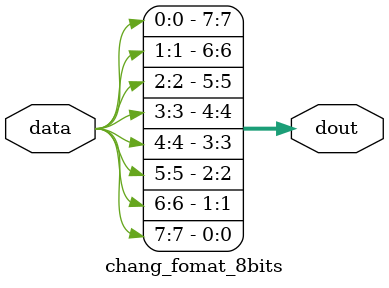
<source format=v>
module  chang_fomat_8bits(
						input [7:0]data,
						output [7:0]dout
						);


assign  dout = {data[0],data[1],data[2],data[3],data[4],data[5],data[6],data[7]};


endmodule

</source>
